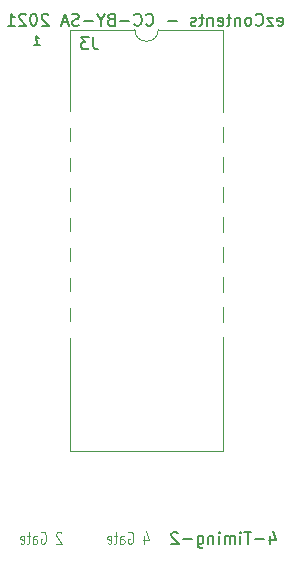
<source format=gbo>
G04 #@! TF.GenerationSoftware,KiCad,Pcbnew,(5.1.9)-1*
G04 #@! TF.CreationDate,2023-07-24T12:28:25+01:00*
G04 #@! TF.ProjectId,ezPLAv2.0_TestPCB,657a504c-4176-4322-9e30-5f5465737450,v2.0 TEST PCB*
G04 #@! TF.SameCoordinates,Original*
G04 #@! TF.FileFunction,Legend,Bot*
G04 #@! TF.FilePolarity,Positive*
%FSLAX46Y46*%
G04 Gerber Fmt 4.6, Leading zero omitted, Abs format (unit mm)*
G04 Created by KiCad (PCBNEW (5.1.9)-1) date 2023-07-24 12:28:25*
%MOMM*%
%LPD*%
G01*
G04 APERTURE LIST*
%ADD10C,0.125000*%
%ADD11C,0.150000*%
%ADD12C,0.120000*%
%ADD13R,1.600000X1.600000*%
%ADD14O,1.600000X1.600000*%
%ADD15O,1.700000X1.700000*%
%ADD16R,1.700000X1.700000*%
%ADD17C,1.422400*%
%ADD18R,1.422400X1.422400*%
%ADD19C,1.600000*%
G04 APERTURE END LIST*
D10*
X147667857Y-144154464D02*
X147667857Y-144821130D01*
X147846428Y-143773511D02*
X148025000Y-144487797D01*
X147560714Y-144487797D01*
X146310714Y-143868750D02*
X146382142Y-143821130D01*
X146489285Y-143821130D01*
X146596428Y-143868750D01*
X146667857Y-143963988D01*
X146703571Y-144059226D01*
X146739285Y-144249702D01*
X146739285Y-144392559D01*
X146703571Y-144583035D01*
X146667857Y-144678273D01*
X146596428Y-144773511D01*
X146489285Y-144821130D01*
X146417857Y-144821130D01*
X146310714Y-144773511D01*
X146275000Y-144725892D01*
X146275000Y-144392559D01*
X146417857Y-144392559D01*
X145632142Y-144821130D02*
X145632142Y-144297321D01*
X145667857Y-144202083D01*
X145739285Y-144154464D01*
X145882142Y-144154464D01*
X145953571Y-144202083D01*
X145632142Y-144773511D02*
X145703571Y-144821130D01*
X145882142Y-144821130D01*
X145953571Y-144773511D01*
X145989285Y-144678273D01*
X145989285Y-144583035D01*
X145953571Y-144487797D01*
X145882142Y-144440178D01*
X145703571Y-144440178D01*
X145632142Y-144392559D01*
X145382142Y-144154464D02*
X145096428Y-144154464D01*
X145275000Y-143821130D02*
X145275000Y-144678273D01*
X145239285Y-144773511D01*
X145167857Y-144821130D01*
X145096428Y-144821130D01*
X144560714Y-144773511D02*
X144632142Y-144821130D01*
X144775000Y-144821130D01*
X144846428Y-144773511D01*
X144882142Y-144678273D01*
X144882142Y-144297321D01*
X144846428Y-144202083D01*
X144775000Y-144154464D01*
X144632142Y-144154464D01*
X144560714Y-144202083D01*
X144525000Y-144297321D01*
X144525000Y-144392559D01*
X144882142Y-144487797D01*
X140650000Y-143916369D02*
X140614285Y-143868750D01*
X140542857Y-143821130D01*
X140364285Y-143821130D01*
X140292857Y-143868750D01*
X140257142Y-143916369D01*
X140221428Y-144011607D01*
X140221428Y-144106845D01*
X140257142Y-144249702D01*
X140685714Y-144821130D01*
X140221428Y-144821130D01*
X138935714Y-143868750D02*
X139007142Y-143821130D01*
X139114285Y-143821130D01*
X139221428Y-143868750D01*
X139292857Y-143963988D01*
X139328571Y-144059226D01*
X139364285Y-144249702D01*
X139364285Y-144392559D01*
X139328571Y-144583035D01*
X139292857Y-144678273D01*
X139221428Y-144773511D01*
X139114285Y-144821130D01*
X139042857Y-144821130D01*
X138935714Y-144773511D01*
X138900000Y-144725892D01*
X138900000Y-144392559D01*
X139042857Y-144392559D01*
X138257142Y-144821130D02*
X138257142Y-144297321D01*
X138292857Y-144202083D01*
X138364285Y-144154464D01*
X138507142Y-144154464D01*
X138578571Y-144202083D01*
X138257142Y-144773511D02*
X138328571Y-144821130D01*
X138507142Y-144821130D01*
X138578571Y-144773511D01*
X138614285Y-144678273D01*
X138614285Y-144583035D01*
X138578571Y-144487797D01*
X138507142Y-144440178D01*
X138328571Y-144440178D01*
X138257142Y-144392559D01*
X138007142Y-144154464D02*
X137721428Y-144154464D01*
X137900000Y-143821130D02*
X137900000Y-144678273D01*
X137864285Y-144773511D01*
X137792857Y-144821130D01*
X137721428Y-144821130D01*
X137185714Y-144773511D02*
X137257142Y-144821130D01*
X137400000Y-144821130D01*
X137471428Y-144773511D01*
X137507142Y-144678273D01*
X137507142Y-144297321D01*
X137471428Y-144202083D01*
X137400000Y-144154464D01*
X137257142Y-144154464D01*
X137185714Y-144202083D01*
X137150000Y-144297321D01*
X137150000Y-144392559D01*
X137507142Y-144487797D01*
D11*
X158327380Y-144160714D02*
X158327380Y-144827380D01*
X158565476Y-143779761D02*
X158803571Y-144494047D01*
X158184523Y-144494047D01*
X157803571Y-144446428D02*
X157041666Y-144446428D01*
X156708333Y-143827380D02*
X156136904Y-143827380D01*
X156422619Y-144827380D02*
X156422619Y-143827380D01*
X155803571Y-144827380D02*
X155803571Y-144160714D01*
X155803571Y-143827380D02*
X155851190Y-143875000D01*
X155803571Y-143922619D01*
X155755952Y-143875000D01*
X155803571Y-143827380D01*
X155803571Y-143922619D01*
X155327380Y-144827380D02*
X155327380Y-144160714D01*
X155327380Y-144255952D02*
X155279761Y-144208333D01*
X155184523Y-144160714D01*
X155041666Y-144160714D01*
X154946428Y-144208333D01*
X154898809Y-144303571D01*
X154898809Y-144827380D01*
X154898809Y-144303571D02*
X154851190Y-144208333D01*
X154755952Y-144160714D01*
X154613095Y-144160714D01*
X154517857Y-144208333D01*
X154470238Y-144303571D01*
X154470238Y-144827380D01*
X153994047Y-144827380D02*
X153994047Y-144160714D01*
X153994047Y-143827380D02*
X154041666Y-143875000D01*
X153994047Y-143922619D01*
X153946428Y-143875000D01*
X153994047Y-143827380D01*
X153994047Y-143922619D01*
X153517857Y-144160714D02*
X153517857Y-144827380D01*
X153517857Y-144255952D02*
X153470238Y-144208333D01*
X153375000Y-144160714D01*
X153232142Y-144160714D01*
X153136904Y-144208333D01*
X153089285Y-144303571D01*
X153089285Y-144827380D01*
X152184523Y-144160714D02*
X152184523Y-144970238D01*
X152232142Y-145065476D01*
X152279761Y-145113095D01*
X152375000Y-145160714D01*
X152517857Y-145160714D01*
X152613095Y-145113095D01*
X152184523Y-144779761D02*
X152279761Y-144827380D01*
X152470238Y-144827380D01*
X152565476Y-144779761D01*
X152613095Y-144732142D01*
X152660714Y-144636904D01*
X152660714Y-144351190D01*
X152613095Y-144255952D01*
X152565476Y-144208333D01*
X152470238Y-144160714D01*
X152279761Y-144160714D01*
X152184523Y-144208333D01*
X151708333Y-144446428D02*
X150946428Y-144446428D01*
X150517857Y-143922619D02*
X150470238Y-143875000D01*
X150375000Y-143827380D01*
X150136904Y-143827380D01*
X150041666Y-143875000D01*
X149994047Y-143922619D01*
X149946428Y-144017857D01*
X149946428Y-144113095D01*
X149994047Y-144255952D01*
X150565476Y-144827380D01*
X149946428Y-144827380D01*
X138353854Y-102611904D02*
X138810997Y-102611904D01*
X138582425Y-102611904D02*
X138482425Y-101811904D01*
X138572901Y-101926190D01*
X138658616Y-102002380D01*
X138739568Y-102040476D01*
X158964285Y-100904761D02*
X159059523Y-100952380D01*
X159250000Y-100952380D01*
X159345238Y-100904761D01*
X159392857Y-100809523D01*
X159392857Y-100428571D01*
X159345238Y-100333333D01*
X159250000Y-100285714D01*
X159059523Y-100285714D01*
X158964285Y-100333333D01*
X158916666Y-100428571D01*
X158916666Y-100523809D01*
X159392857Y-100619047D01*
X158583333Y-100285714D02*
X158059523Y-100285714D01*
X158583333Y-100952380D01*
X158059523Y-100952380D01*
X157107142Y-100857142D02*
X157154761Y-100904761D01*
X157297619Y-100952380D01*
X157392857Y-100952380D01*
X157535714Y-100904761D01*
X157630952Y-100809523D01*
X157678571Y-100714285D01*
X157726190Y-100523809D01*
X157726190Y-100380952D01*
X157678571Y-100190476D01*
X157630952Y-100095238D01*
X157535714Y-100000000D01*
X157392857Y-99952380D01*
X157297619Y-99952380D01*
X157154761Y-100000000D01*
X157107142Y-100047619D01*
X156535714Y-100952380D02*
X156630952Y-100904761D01*
X156678571Y-100857142D01*
X156726190Y-100761904D01*
X156726190Y-100476190D01*
X156678571Y-100380952D01*
X156630952Y-100333333D01*
X156535714Y-100285714D01*
X156392857Y-100285714D01*
X156297619Y-100333333D01*
X156250000Y-100380952D01*
X156202380Y-100476190D01*
X156202380Y-100761904D01*
X156250000Y-100857142D01*
X156297619Y-100904761D01*
X156392857Y-100952380D01*
X156535714Y-100952380D01*
X155773809Y-100285714D02*
X155773809Y-100952380D01*
X155773809Y-100380952D02*
X155726190Y-100333333D01*
X155630952Y-100285714D01*
X155488095Y-100285714D01*
X155392857Y-100333333D01*
X155345238Y-100428571D01*
X155345238Y-100952380D01*
X155011904Y-100285714D02*
X154630952Y-100285714D01*
X154869047Y-99952380D02*
X154869047Y-100809523D01*
X154821428Y-100904761D01*
X154726190Y-100952380D01*
X154630952Y-100952380D01*
X153916666Y-100904761D02*
X154011904Y-100952380D01*
X154202380Y-100952380D01*
X154297619Y-100904761D01*
X154345238Y-100809523D01*
X154345238Y-100428571D01*
X154297619Y-100333333D01*
X154202380Y-100285714D01*
X154011904Y-100285714D01*
X153916666Y-100333333D01*
X153869047Y-100428571D01*
X153869047Y-100523809D01*
X154345238Y-100619047D01*
X153440476Y-100285714D02*
X153440476Y-100952380D01*
X153440476Y-100380952D02*
X153392857Y-100333333D01*
X153297619Y-100285714D01*
X153154761Y-100285714D01*
X153059523Y-100333333D01*
X153011904Y-100428571D01*
X153011904Y-100952380D01*
X152678571Y-100285714D02*
X152297619Y-100285714D01*
X152535714Y-99952380D02*
X152535714Y-100809523D01*
X152488095Y-100904761D01*
X152392857Y-100952380D01*
X152297619Y-100952380D01*
X152011904Y-100904761D02*
X151916666Y-100952380D01*
X151726190Y-100952380D01*
X151630952Y-100904761D01*
X151583333Y-100809523D01*
X151583333Y-100761904D01*
X151630952Y-100666666D01*
X151726190Y-100619047D01*
X151869047Y-100619047D01*
X151964285Y-100571428D01*
X152011904Y-100476190D01*
X152011904Y-100428571D01*
X151964285Y-100333333D01*
X151869047Y-100285714D01*
X151726190Y-100285714D01*
X151630952Y-100333333D01*
X150392857Y-100571428D02*
X149630952Y-100571428D01*
X147821428Y-100857142D02*
X147869047Y-100904761D01*
X148011904Y-100952380D01*
X148107142Y-100952380D01*
X148250000Y-100904761D01*
X148345238Y-100809523D01*
X148392857Y-100714285D01*
X148440476Y-100523809D01*
X148440476Y-100380952D01*
X148392857Y-100190476D01*
X148345238Y-100095238D01*
X148250000Y-100000000D01*
X148107142Y-99952380D01*
X148011904Y-99952380D01*
X147869047Y-100000000D01*
X147821428Y-100047619D01*
X146821428Y-100857142D02*
X146869047Y-100904761D01*
X147011904Y-100952380D01*
X147107142Y-100952380D01*
X147250000Y-100904761D01*
X147345238Y-100809523D01*
X147392857Y-100714285D01*
X147440476Y-100523809D01*
X147440476Y-100380952D01*
X147392857Y-100190476D01*
X147345238Y-100095238D01*
X147250000Y-100000000D01*
X147107142Y-99952380D01*
X147011904Y-99952380D01*
X146869047Y-100000000D01*
X146821428Y-100047619D01*
X146392857Y-100571428D02*
X145630952Y-100571428D01*
X144821428Y-100428571D02*
X144678571Y-100476190D01*
X144630952Y-100523809D01*
X144583333Y-100619047D01*
X144583333Y-100761904D01*
X144630952Y-100857142D01*
X144678571Y-100904761D01*
X144773809Y-100952380D01*
X145154761Y-100952380D01*
X145154761Y-99952380D01*
X144821428Y-99952380D01*
X144726190Y-100000000D01*
X144678571Y-100047619D01*
X144630952Y-100142857D01*
X144630952Y-100238095D01*
X144678571Y-100333333D01*
X144726190Y-100380952D01*
X144821428Y-100428571D01*
X145154761Y-100428571D01*
X143964285Y-100476190D02*
X143964285Y-100952380D01*
X144297619Y-99952380D02*
X143964285Y-100476190D01*
X143630952Y-99952380D01*
X143297619Y-100571428D02*
X142535714Y-100571428D01*
X142107142Y-100904761D02*
X141964285Y-100952380D01*
X141726190Y-100952380D01*
X141630952Y-100904761D01*
X141583333Y-100857142D01*
X141535714Y-100761904D01*
X141535714Y-100666666D01*
X141583333Y-100571428D01*
X141630952Y-100523809D01*
X141726190Y-100476190D01*
X141916666Y-100428571D01*
X142011904Y-100380952D01*
X142059523Y-100333333D01*
X142107142Y-100238095D01*
X142107142Y-100142857D01*
X142059523Y-100047619D01*
X142011904Y-100000000D01*
X141916666Y-99952380D01*
X141678571Y-99952380D01*
X141535714Y-100000000D01*
X141154761Y-100666666D02*
X140678571Y-100666666D01*
X141250000Y-100952380D02*
X140916666Y-99952380D01*
X140583333Y-100952380D01*
X139535714Y-100047619D02*
X139488095Y-100000000D01*
X139392857Y-99952380D01*
X139154761Y-99952380D01*
X139059523Y-100000000D01*
X139011904Y-100047619D01*
X138964285Y-100142857D01*
X138964285Y-100238095D01*
X139011904Y-100380952D01*
X139583333Y-100952380D01*
X138964285Y-100952380D01*
X138345238Y-99952380D02*
X138250000Y-99952380D01*
X138154761Y-100000000D01*
X138107142Y-100047619D01*
X138059523Y-100142857D01*
X138011904Y-100333333D01*
X138011904Y-100571428D01*
X138059523Y-100761904D01*
X138107142Y-100857142D01*
X138154761Y-100904761D01*
X138250000Y-100952380D01*
X138345238Y-100952380D01*
X138440476Y-100904761D01*
X138488095Y-100857142D01*
X138535714Y-100761904D01*
X138583333Y-100571428D01*
X138583333Y-100333333D01*
X138535714Y-100142857D01*
X138488095Y-100047619D01*
X138440476Y-100000000D01*
X138345238Y-99952380D01*
X137630952Y-100047619D02*
X137583333Y-100000000D01*
X137488095Y-99952380D01*
X137250000Y-99952380D01*
X137154761Y-100000000D01*
X137107142Y-100047619D01*
X137059523Y-100142857D01*
X137059523Y-100238095D01*
X137107142Y-100380952D01*
X137678571Y-100952380D01*
X137059523Y-100952380D01*
X136107142Y-100952380D02*
X136678571Y-100952380D01*
X136392857Y-100952380D02*
X136392857Y-99952380D01*
X136488095Y-100095238D01*
X136583333Y-100190476D01*
X136678571Y-100238095D01*
D12*
X154307600Y-101287000D02*
X148847600Y-101287000D01*
X154307600Y-136967000D02*
X154307600Y-101287000D01*
X141387600Y-136967000D02*
X154307600Y-136967000D01*
X141387600Y-101287000D02*
X141387600Y-136967000D01*
X146847600Y-101287000D02*
X141387600Y-101287000D01*
X148847600Y-101287000D02*
G75*
G02*
X146847600Y-101287000I-1000000J0D01*
G01*
D11*
X143333333Y-101952380D02*
X143333333Y-102666666D01*
X143380952Y-102809523D01*
X143476190Y-102904761D01*
X143619047Y-102952380D01*
X143714285Y-102952380D01*
X142952380Y-101952380D02*
X142333333Y-101952380D01*
X142666666Y-102333333D01*
X142523809Y-102333333D01*
X142428571Y-102380952D01*
X142380952Y-102428571D01*
X142333333Y-102523809D01*
X142333333Y-102761904D01*
X142380952Y-102857142D01*
X142428571Y-102904761D01*
X142523809Y-102952380D01*
X142809523Y-102952380D01*
X142904761Y-102904761D01*
X142952380Y-102857142D01*
%LPC*%
D13*
X140227600Y-102617000D03*
D14*
X155467600Y-135637000D03*
X140227600Y-105157000D03*
X155467600Y-133097000D03*
X140227600Y-107697000D03*
X155467600Y-130557000D03*
X140227600Y-110237000D03*
X155467600Y-128017000D03*
X140227600Y-112777000D03*
X155467600Y-125477000D03*
X140227600Y-115317000D03*
X155467600Y-122937000D03*
X140227600Y-117857000D03*
X155467600Y-120397000D03*
X140227600Y-120397000D03*
X155467600Y-117857000D03*
X140227600Y-122937000D03*
X155467600Y-115317000D03*
X140227600Y-125477000D03*
X155467600Y-112777000D03*
X140227600Y-128017000D03*
X155467600Y-110237000D03*
X140227600Y-130557000D03*
X155467600Y-107697000D03*
X140227600Y-133097000D03*
X155467600Y-105157000D03*
X140227600Y-135637000D03*
X155467600Y-102617000D03*
D15*
X149000000Y-103000000D03*
D16*
X146460000Y-103000000D03*
D17*
X156620000Y-111500000D03*
X156620000Y-114040000D03*
X156620000Y-116580000D03*
X156620000Y-119120000D03*
X156620000Y-121660000D03*
X154080000Y-108960000D03*
X154080000Y-114040000D03*
X154080000Y-116580000D03*
X154080000Y-119120000D03*
X154080000Y-121660000D03*
X154080000Y-124200000D03*
X154080000Y-126740000D03*
X151540000Y-126740000D03*
X149000000Y-126740000D03*
X146460000Y-126740000D03*
X143920000Y-126740000D03*
X141380000Y-126740000D03*
X156620000Y-124200000D03*
X151540000Y-124200000D03*
X149000000Y-124200000D03*
X146460000Y-124200000D03*
X143920000Y-124200000D03*
X141380000Y-124200000D03*
X138840000Y-124200000D03*
X138840000Y-121660000D03*
X138840000Y-119120000D03*
X138840000Y-116580000D03*
X138840000Y-114040000D03*
X138840000Y-111500000D03*
X141380000Y-121660000D03*
X141380000Y-119120000D03*
X141380000Y-116580000D03*
X141380000Y-114040000D03*
X141380000Y-111500000D03*
X151540000Y-108960000D03*
X149000000Y-108960000D03*
X141380000Y-108960000D03*
X143920000Y-108960000D03*
X146460000Y-108960000D03*
X154080000Y-111500000D03*
X151540000Y-111500000D03*
X143920000Y-111500000D03*
X146460000Y-111500000D03*
D18*
X149000000Y-111500000D03*
D16*
X142710000Y-135540000D03*
D15*
X142710000Y-133000000D03*
X145250000Y-135540000D03*
X145250000Y-133000000D03*
X147790000Y-135540000D03*
X147790000Y-133000000D03*
X150330000Y-135540000D03*
X150330000Y-133000000D03*
X152870000Y-135540000D03*
X152870000Y-133000000D03*
D19*
X138575000Y-146575000D03*
D14*
X138575000Y-138955000D03*
D13*
X142675000Y-146525000D03*
D14*
X157915000Y-138905000D03*
X145215000Y-146525000D03*
X155375000Y-138905000D03*
X147755000Y-146525000D03*
X152835000Y-138905000D03*
X150295000Y-146525000D03*
X150295000Y-138905000D03*
X152835000Y-146525000D03*
X147755000Y-138905000D03*
X155375000Y-146525000D03*
X145215000Y-138905000D03*
X157915000Y-146525000D03*
X142675000Y-138905000D03*
D16*
X156800000Y-149425000D03*
D15*
X154260000Y-149425000D03*
X151720000Y-149425000D03*
D16*
X140125000Y-149425000D03*
D15*
X137585000Y-149425000D03*
X144835000Y-149425000D03*
D16*
X147375000Y-149425000D03*
M02*

</source>
